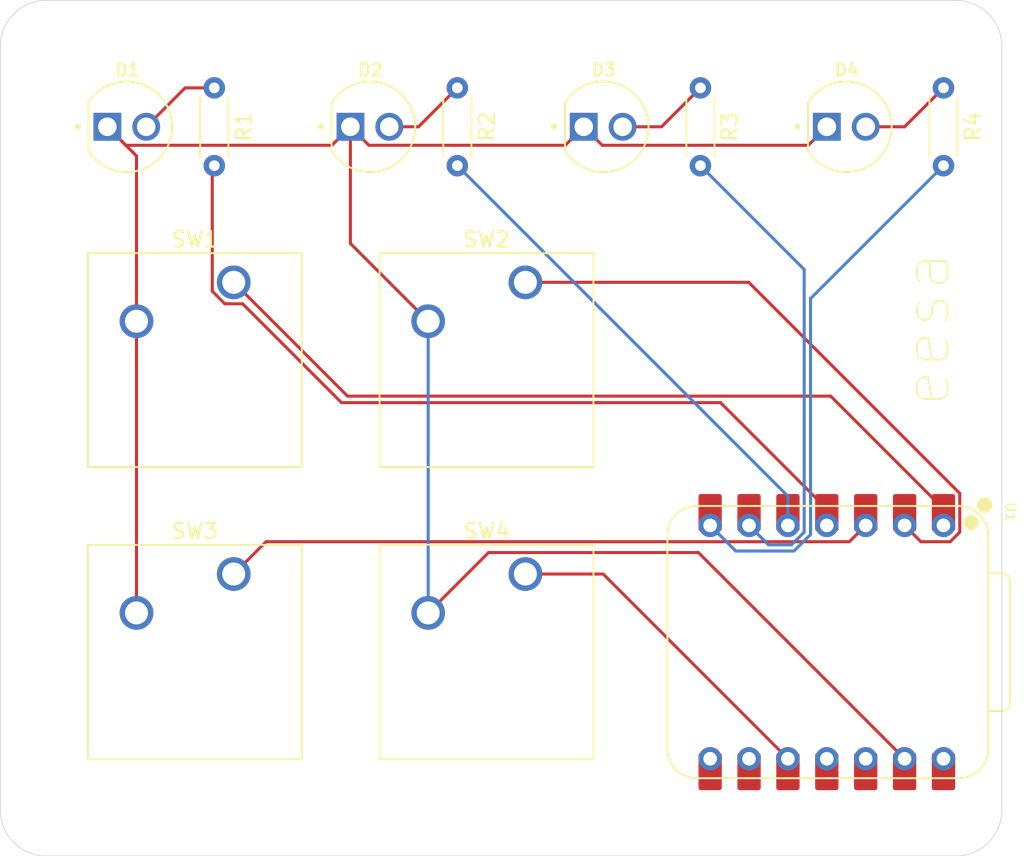
<source format=kicad_pcb>
(kicad_pcb (version 20241229) (generator "pcbnew") (generator_version "9.0")
  (layers (0 "F.Cu" signal) (2 "B.Cu" signal) (13 "F.Paste" user) (15 "B.Paste" user) (5 "F.SilkS" user "F.Silkscreen") (7 "B.SilkS" user "B.Silkscreen") (1 "F.Mask" user) (3 "B.Mask" user) (25 "Edge.Cuts" user))
  (net 0 "")
  (net 1 "Net-(D1-PadA)")
  (net 2 "GND")
  (net 3 "Net-(D2-PadA)")
  (net 4 "Net-(D3-PadA)")
  (net 5 "LED1")
  (net 6 "LED2")
  (net 7 "LED3")
  (net 8 "button1")
  (net 9 "button2")
  (net 10 "button3")
  (net 12 "Net-(D4-PadA)")
  (net 17 "LED4")
  (net 18 "button4")
  (footprint "Resistor_THT:R_Axial_DIN0204_L3.6mm_D1.6mm_P5.08mm_Horizontal" (layer "F.Cu") (at 131.445 80.645 -90)
    (property "Reference" "R3" (at 2.54 -1.92 90) (layer "F.SilkS"))
    (property "Value" "R")
    (fp_line (start 0.62 0.92) (end 4.46 0.92) (stroke (width 0.12)) (layer "F.SilkS"))
    (fp_line (start 0.62 -0.92) (end 4.46 -0.92) (stroke (width 0.12)) (layer "F.SilkS"))
    (pad "1" thru_hole circle (at 0 0 270) (size 1.4 1.4) (drill 0.7) (layers "*.Cu" "*.Mask") (net 4 "Net-(D3-PadA)"))
    (pad "2" thru_hole circle (at 5.08 0 270) (size 1.4 1.4) (drill 0.7) (layers "*.Cu" "*.Mask") (net 7 "LED3"))
  )
  (footprint "footprints:LEDRD254W57D500H1070" (layer "F.Cu") (at 140.97 83.185)
    (property "Reference" "D4" (at 0.04 -3.708 0) (layer "F.SilkS") (effects (font (size 0.8 0.8))))
    (property "Value" "L08R5000Q1")
    (fp_line (start -2.5 -1.566) (end -2.5 1.566) (stroke (width 0.127)) (layer "F.SilkS"))
    (fp_arc (start -2.5 -1.566) (mid 2.961291 0) (end -2.5 1.566) (stroke (width 0.127)) (layer "F.SilkS"))
    (fp_circle (center -3.2 0) (end -3.1 0) (stroke (width 0.2)) (fill no) (layer "F.SilkS"))
    (pad "A" thru_hole circle (at 1.27 0) (size 1.815 1.815) (drill 1.21) (layers "*.Cu" "*.Mask") (net 12 "Net-(D4-PadA)"))
    (pad "C" thru_hole rect (at -1.27 0) (size 1.815 1.815) (drill 1.21) (layers "*.Cu" "*.Mask") (net 2 "GND"))
  )
  (footprint "Button_Switch_Keyboard:SW_Cherry_MX_1.00u_PCB" (layer "F.Cu") (at 100.965 93.345)
    (property "Reference" "SW1" (at -2.54 -2.794 0) (layer "F.SilkS"))
    (property "Value" "SW_Push")
    (fp_line (start -9.525 -1.905) (end 4.445 -1.905) (stroke (width 0.12)) (layer "F.SilkS"))
    (fp_line (start -9.525 12.065) (end -9.525 -1.905) (stroke (width 0.12)) (layer "F.SilkS"))
    (fp_line (start 4.445 -1.905) (end 4.445 12.065) (stroke (width 0.12)) (layer "F.SilkS"))
    (fp_line (start 4.445 12.065) (end -9.525 12.065) (stroke (width 0.12)) (layer "F.SilkS"))
    (pad "" np_thru_hole circle (at -7.62 5.08) (size 1.7 1.7) (drill 1.7) (layers "*.Cu" "*.Mask"))
    (pad "" np_thru_hole circle (at -2.54 5.08) (size 4 4) (drill 4) (layers "*.Cu" "*.Mask"))
    (pad "" np_thru_hole circle (at 2.54 5.08) (size 1.7 1.7) (drill 1.7) (layers "*.Cu" "*.Mask"))
    (pad "1" thru_hole circle (at 0 0) (size 2.2 2.2) (drill 1.5) (layers "*.Cu" "*.Mask") (net 8 "button1"))
    (pad "2" thru_hole circle (at -6.35 2.54) (size 2.2 2.2) (drill 1.5) (layers "*.Cu" "*.Mask") (net 2 "GND"))
  )
  (footprint "footprints:XIAO-RP2040-DIP" (layer "F.Cu") (at 139.7 116.84 -90)
    (property "Reference" "U1" (at -8.5 -12 270) (layer "F.SilkS") (effects (font (size 0.635 0.635) (thickness 0.1016))))
    (property "Value" "XIAO-RP2040-DIP")
    (fp_line (start -6.985 10.414) (end 6.985 10.414) (stroke (width 0.127)) (layer "F.SilkS"))
    (fp_line (start -8.89 8.509) (end -8.89 -8.636) (stroke (width 0.127)) (layer "F.SilkS"))
    (fp_line (start 8.89 8.509) (end 8.89 -8.636) (stroke (width 0.127)) (layer "F.SilkS"))
    (fp_line (start -4.495 -10.541) (end -4.491272 -11.451272) (stroke (width 0.127)) (layer "F.SilkS"))
    (fp_line (start 6.985 -10.541) (end -6.985 -10.541) (stroke (width 0.1)) (layer "F.SilkS"))
    (fp_line (start 6.985 -10.541) (end -6.985 -10.541) (stroke (width 0.127)) (layer "F.SilkS"))
    (fp_line (start 4.504 -11.451) (end 4.504 -10.541) (stroke (width 0.127)) (layer "F.SilkS"))
    (fp_line (start -3.991272 -11.951) (end 4.004 -11.951) (stroke (width 0.127)) (layer "F.SilkS"))
    (fp_arc (start -6.985 10.414) (mid -8.332038 9.856038) (end -8.89 8.509) (stroke (width 0.127)) (layer "F.SilkS"))
    (fp_arc (start 8.89 8.509) (mid 8.332038 9.856038) (end 6.985 10.414) (stroke (width 0.127)) (layer "F.SilkS"))
    (fp_arc (start -8.89 -8.636) (mid -8.332038 -9.983038) (end -6.985 -10.541) (stroke (width 0.127)) (layer "F.SilkS"))
    (fp_arc (start 6.985 -10.541) (mid 8.332038 -9.983038) (end 8.89 -8.636) (stroke (width 0.127)) (layer "F.SilkS"))
    (fp_arc (start -4.491272 -11.451272) (mid -4.344728 -11.80464) (end -3.991272 -11.951) (stroke (width 0.127)) (layer "F.SilkS"))
    (fp_arc (start 4.004 -11.951) (mid 4.357553 -11.804553) (end 4.504 -11.451) (stroke (width 0.127)) (layer "F.SilkS"))
    (fp_circle (center -7.807 -9.42) (end -7.807 -9.674) (stroke (width 0.5)) (fill yes) (layer "F.SilkS"))
    (fp_circle (center -8.95 -10.3) (end -8.95 -10.554) (stroke (width 0.5)) (fill yes) (layer "F.SilkS"))
    (pad "1" smd roundrect (at -8.455 -7.62 90) (size 2.432 1.524) (layers "F.Cu" "F.Mask") (roundrect_rratio 0.1) (net 8 "button1"))
    (pad "1" thru_hole circle (at -7.62 -7.62 90) (size 1.524 1.524) (drill 0.889) (layers "*.Cu" "*.Mask") (net 8 "button1"))
    (pad "2" smd roundrect (at -8.455 -5.08 90) (size 2.432 1.524) (layers "F.Cu" "F.Mask") (roundrect_rratio 0.1) (net 9 "button2"))
    (pad "2" thru_hole circle (at -7.62 -5.08 90) (size 1.524 1.524) (drill 0.889) (layers "*.Cu" "*.Mask") (net 9 "button2"))
    (pad "3" smd roundrect (at -8.455 -2.54 90) (size 2.432 1.524) (layers "F.Cu" "F.Mask") (roundrect_rratio 0.1) (net 10 "button3"))
    (pad "3" thru_hole circle (at -7.62 -2.54 90) (size 1.524 1.524) (drill 0.889) (layers "*.Cu" "*.Mask") (net 10 "button3"))
    (pad "4" smd roundrect (at -8.455 0 90) (size 2.432 1.524) (layers "F.Cu" "F.Mask") (roundrect_rratio 0.1) (net 5 "LED1"))
    (pad "4" thru_hole circle (at -7.62 0 90) (size 1.524 1.524) (drill 0.889) (layers "*.Cu" "*.Mask") (net 5 "LED1"))
    (pad "5" smd roundrect (at -8.455 2.54 90) (size 2.432 1.524) (layers "F.Cu" "F.Mask") (roundrect_rratio 0.1) (net 6 "LED2"))
    (pad "5" thru_hole circle (at -7.62 2.54 90) (size 1.524 1.524) (drill 0.889) (layers "*.Cu" "*.Mask") (net 6 "LED2"))
    (pad "6" smd roundrect (at -8.455 5.08 90) (size 2.432 1.524) (layers "F.Cu" "F.Mask") (roundrect_rratio 0.1) (net 7 "LED3"))
    (pad "6" thru_hole circle (at -7.62 5.08 90) (size 1.524 1.524) (drill 0.889) (layers "*.Cu" "*.Mask") (net 7 "LED3"))
    (pad "7" smd roundrect (at -8.455 7.62 90) (size 2.432 1.524) (layers "F.Cu" "F.Mask") (roundrect_rratio 0.1) (net 17 "LED4"))
    (pad "7" thru_hole circle (at -7.62 7.62 90) (size 1.524 1.524) (drill 0.889) (layers "*.Cu" "*.Mask") (net 17 "LED4"))
    (pad "8" thru_hole circle (at 7.62 7.62 270) (size 1.524 1.524) (drill 0.889) (layers "*.Cu" "*.Mask"))
    (pad "8" smd roundrect (at 8.455 7.62 270) (size 2.432 1.524) (layers "F.Cu" "F.Mask") (roundrect_rratio 0.1))
    (pad "9" thru_hole circle (at 7.62 5.08 270) (size 1.524 1.524) (drill 0.889) (layers "*.Cu" "*.Mask"))
    (pad "9" smd roundrect (at 8.455 5.08 270) (size 2.432 1.524) (layers "F.Cu" "F.Mask") (roundrect_rratio 0.1))
    (pad "10" thru_hole circle (at 7.62 2.54 270) (size 1.524 1.524) (drill 0.889) (layers "*.Cu" "*.Mask") (net 18 "button4"))
    (pad "10" smd roundrect (at 8.455 2.54 270) (size 2.432 1.524) (layers "F.Cu" "F.Mask") (roundrect_rratio 0.1) (net 18 "button4"))
    (pad "11" thru_hole circle (at 7.62 0 270) (size 1.524 1.524) (drill 0.889) (layers "*.Cu" "*.Mask"))
    (pad "11" smd roundrect (at 8.455 0 270) (size 2.432 1.524) (layers "F.Cu" "F.Mask") (roundrect_rratio 0.1))
    (pad "12" thru_hole circle (at 7.62 -2.54 270) (size 1.524 1.524) (drill 0.889) (layers "*.Cu" "*.Mask"))
    (pad "12" smd roundrect (at 8.455 -2.54 270) (size 2.432 1.524) (layers "F.Cu" "F.Mask") (roundrect_rratio 0.1))
    (pad "13" thru_hole circle (at 7.62 -5.08 270) (size 1.524 1.524) (drill 0.889) (layers "*.Cu" "*.Mask") (net 2 "GND"))
    (pad "13" smd roundrect (at 8.455 -5.08 270) (size 2.432 1.524) (layers "F.Cu" "F.Mask") (roundrect_rratio 0.1) (net 2 "GND"))
    (pad "14" thru_hole circle (at 7.62 -7.62 270) (size 1.524 1.524) (drill 0.889) (layers "*.Cu" "*.Mask"))
    (pad "14" smd roundrect (at 8.455 -7.62 270) (size 2.432 1.524) (layers "F.Cu" "F.Mask") (roundrect_rratio 0.1))
  )
  (footprint "footprints:LEDRD254W57D500H1070" (layer "F.Cu") (at 125.095 83.185)
    (property "Reference" "D3" (at 0.04 -3.708 0) (layer "F.SilkS") (effects (font (size 0.8 0.8))))
    (property "Value" "L08R5000Q1")
    (fp_line (start -2.5 -1.566) (end -2.5 1.566) (stroke (width 0.127)) (layer "F.SilkS"))
    (fp_arc (start -2.5 -1.566) (mid 2.961291 0) (end -2.5 1.566) (stroke (width 0.127)) (layer "F.SilkS"))
    (fp_circle (center -3.2 0) (end -3.1 0) (stroke (width 0.2)) (fill no) (layer "F.SilkS"))
    (pad "A" thru_hole circle (at 1.27 0) (size 1.815 1.815) (drill 1.21) (layers "*.Cu" "*.Mask") (net 4 "Net-(D3-PadA)"))
    (pad "C" thru_hole rect (at -1.27 0) (size 1.815 1.815) (drill 1.21) (layers "*.Cu" "*.Mask") (net 2 "GND"))
  )
  (footprint "Resistor_THT:R_Axial_DIN0204_L3.6mm_D1.6mm_P5.08mm_Horizontal" (layer "F.Cu") (at 115.57 80.645 -90)
    (property "Reference" "R2" (at 2.54 -1.92 90) (layer "F.SilkS"))
    (property "Value" "R")
    (fp_line (start 0.62 0.92) (end 4.46 0.92) (stroke (width 0.12)) (layer "F.SilkS"))
    (fp_line (start 0.62 -0.92) (end 4.46 -0.92) (stroke (width 0.12)) (layer "F.SilkS"))
    (pad "1" thru_hole circle (at 0 0 270) (size 1.4 1.4) (drill 0.7) (layers "*.Cu" "*.Mask") (net 3 "Net-(D2-PadA)"))
    (pad "2" thru_hole circle (at 5.08 0 270) (size 1.4 1.4) (drill 0.7) (layers "*.Cu" "*.Mask") (net 6 "LED2"))
  )
  (footprint "Button_Switch_Keyboard:SW_Cherry_MX_1.00u_PCB" (layer "F.Cu") (at 120.015 112.395)
    (property "Reference" "SW4" (at -2.54 -2.794 0) (layer "F.SilkS"))
    (property "Value" "SW_Push")
    (fp_line (start -9.525 -1.905) (end 4.445 -1.905) (stroke (width 0.12)) (layer "F.SilkS"))
    (fp_line (start -9.525 12.065) (end -9.525 -1.905) (stroke (width 0.12)) (layer "F.SilkS"))
    (fp_line (start 4.445 -1.905) (end 4.445 12.065) (stroke (width 0.12)) (layer "F.SilkS"))
    (fp_line (start 4.445 12.065) (end -9.525 12.065) (stroke (width 0.12)) (layer "F.SilkS"))
    (pad "" np_thru_hole circle (at -7.62 5.08) (size 1.7 1.7) (drill 1.7) (layers "*.Cu" "*.Mask"))
    (pad "" np_thru_hole circle (at -2.54 5.08) (size 4 4) (drill 4) (layers "*.Cu" "*.Mask"))
    (pad "" np_thru_hole circle (at 2.54 5.08) (size 1.7 1.7) (drill 1.7) (layers "*.Cu" "*.Mask"))
    (pad "1" thru_hole circle (at 0 0) (size 2.2 2.2) (drill 1.5) (layers "*.Cu" "*.Mask") (net 18 "button4"))
    (pad "2" thru_hole circle (at -6.35 2.54) (size 2.2 2.2) (drill 1.5) (layers "*.Cu" "*.Mask") (net 2 "GND"))
  )
  (footprint "footprints:LEDRD254W57D500H1070" (layer "F.Cu") (at 93.98 83.185)
    (property "Reference" "D1" (at 0.04 -3.708 0) (layer "F.SilkS") (effects (font (size 0.8 0.8))))
    (property "Value" "L08R5000Q1")
    (fp_line (start -2.5 -1.566) (end -2.5 1.566) (stroke (width 0.127)) (layer "F.SilkS"))
    (fp_arc (start -2.5 -1.566) (mid 2.961291 0) (end -2.5 1.566) (stroke (width 0.127)) (layer "F.SilkS"))
    (fp_circle (center -3.2 0) (end -3.1 0) (stroke (width 0.2)) (fill no) (layer "F.SilkS"))
    (pad "A" thru_hole circle (at 1.27 0) (size 1.815 1.815) (drill 1.21) (layers "*.Cu" "*.Mask") (net 1 "Net-(D1-PadA)"))
    (pad "C" thru_hole rect (at -1.27 0) (size 1.815 1.815) (drill 1.21) (layers "*.Cu" "*.Mask") (net 2 "GND"))
  )
  (footprint "footprints:LEDRD254W57D500H1070" (layer "F.Cu") (at 109.855 83.185)
    (property "Reference" "D2" (at 0.04 -3.708 0) (layer "F.SilkS") (effects (font (size 0.8 0.8))))
    (property "Value" "L08R5000Q1")
    (fp_line (start -2.5 -1.566) (end -2.5 1.566) (stroke (width 0.127)) (layer "F.SilkS"))
    (fp_arc (start -2.5 -1.566) (mid 2.961291 0) (end -2.5 1.566) (stroke (width 0.127)) (layer "F.SilkS"))
    (fp_circle (center -3.2 0) (end -3.1 0) (stroke (width 0.2)) (fill no) (layer "F.SilkS"))
    (pad "A" thru_hole circle (at 1.27 0) (size 1.815 1.815) (drill 1.21) (layers "*.Cu" "*.Mask") (net 3 "Net-(D2-PadA)"))
    (pad "C" thru_hole rect (at -1.27 0) (size 1.815 1.815) (drill 1.21) (layers "*.Cu" "*.Mask") (net 2 "GND"))
  )
  (footprint "Resistor_THT:R_Axial_DIN0204_L3.6mm_D1.6mm_P5.08mm_Horizontal" (layer "F.Cu") (at 147.32 80.645 -90)
    (property "Reference" "R4" (at 2.54 -1.92 90) (layer "F.SilkS"))
    (property "Value" "R")
    (fp_line (start 0.62 0.92) (end 4.46 0.92) (stroke (width 0.12)) (layer "F.SilkS"))
    (fp_line (start 0.62 -0.92) (end 4.46 -0.92) (stroke (width 0.12)) (layer "F.SilkS"))
    (pad "1" thru_hole circle (at 0 0 270) (size 1.4 1.4) (drill 0.7) (layers "*.Cu" "*.Mask") (net 12 "Net-(D4-PadA)"))
    (pad "2" thru_hole circle (at 5.08 0 270) (size 1.4 1.4) (drill 0.7) (layers "*.Cu" "*.Mask") (net 17 "LED4"))
  )
  (footprint "Resistor_THT:R_Axial_DIN0204_L3.6mm_D1.6mm_P5.08mm_Horizontal" (layer "F.Cu") (at 99.695 80.645 -90)
    (property "Reference" "R1" (at 2.54 -1.92 90) (layer "F.SilkS"))
    (property "Value" "R")
    (fp_line (start 0.62 0.92) (end 4.46 0.92) (stroke (width 0.12)) (layer "F.SilkS"))
    (fp_line (start 0.62 -0.92) (end 4.46 -0.92) (stroke (width 0.12)) (layer "F.SilkS"))
    (pad "1" thru_hole circle (at 0 0 270) (size 1.4 1.4) (drill 0.7) (layers "*.Cu" "*.Mask") (net 1 "Net-(D1-PadA)"))
    (pad "2" thru_hole circle (at 5.08 0 270) (size 1.4 1.4) (drill 0.7) (layers "*.Cu" "*.Mask") (net 5 "LED1"))
  )
  (footprint "Button_Switch_Keyboard:SW_Cherry_MX_1.00u_PCB" (layer "F.Cu") (at 120.015 93.345)
    (property "Reference" "SW2" (at -2.54 -2.794 0) (layer "F.SilkS"))
    (property "Value" "SW_Push")
    (fp_line (start -9.525 -1.905) (end 4.445 -1.905) (stroke (width 0.12)) (layer "F.SilkS"))
    (fp_line (start -9.525 12.065) (end -9.525 -1.905) (stroke (width 0.12)) (layer "F.SilkS"))
    (fp_line (start 4.445 -1.905) (end 4.445 12.065) (stroke (width 0.12)) (layer "F.SilkS"))
    (fp_line (start 4.445 12.065) (end -9.525 12.065) (stroke (width 0.12)) (layer "F.SilkS"))
    (pad "" np_thru_hole circle (at -7.62 5.08) (size 1.7 1.7) (drill 1.7) (layers "*.Cu" "*.Mask"))
    (pad "" np_thru_hole circle (at -2.54 5.08) (size 4 4) (drill 4) (layers "*.Cu" "*.Mask"))
    (pad "" np_thru_hole circle (at 2.54 5.08) (size 1.7 1.7) (drill 1.7) (layers "*.Cu" "*.Mask"))
    (pad "1" thru_hole circle (at 0 0) (size 2.2 2.2) (drill 1.5) (layers "*.Cu" "*.Mask") (net 9 "button2"))
    (pad "2" thru_hole circle (at -6.35 2.54) (size 2.2 2.2) (drill 1.5) (layers "*.Cu" "*.Mask") (net 2 "GND"))
  )
  (footprint "Button_Switch_Keyboard:SW_Cherry_MX_1.00u_PCB" (layer "F.Cu") (at 100.965 112.395)
    (property "Reference" "SW3" (at -2.54 -2.794 0) (layer "F.SilkS"))
    (property "Value" "SW_Push")
    (fp_line (start -9.525 -1.905) (end 4.445 -1.905) (stroke (width 0.12)) (layer "F.SilkS"))
    (fp_line (start -9.525 12.065) (end -9.525 -1.905) (stroke (width 0.12)) (layer "F.SilkS"))
    (fp_line (start 4.445 -1.905) (end 4.445 12.065) (stroke (width 0.12)) (layer "F.SilkS"))
    (fp_line (start 4.445 12.065) (end -9.525 12.065) (stroke (width 0.12)) (layer "F.SilkS"))
    (pad "" np_thru_hole circle (at -7.62 5.08) (size 1.7 1.7) (drill 1.7) (layers "*.Cu" "*.Mask"))
    (pad "" np_thru_hole circle (at -2.54 5.08) (size 4 4) (drill 4) (layers "*.Cu" "*.Mask"))
    (pad "" np_thru_hole circle (at 2.54 5.08) (size 1.7 1.7) (drill 1.7) (layers "*.Cu" "*.Mask"))
    (pad "1" thru_hole circle (at 0 0) (size 2.2 2.2) (drill 1.5) (layers "*.Cu" "*.Mask") (net 10 "button3"))
    (pad "2" thru_hole circle (at -6.35 2.54) (size 2.2 2.2) (drill 1.5) (layers "*.Cu" "*.Mask") (net 2 "GND"))
  )
  (gr_arc (start 88.725 130.81) (mid 86.60368 129.93132) (end 85.725 127.81) (stroke (width 0.05)) (layer "Edge.Cuts"))
  (gr_line (start 148.13 130.81) (end 88.725 130.81) (stroke (width 0.05)) (layer "Edge.Cuts"))
  (gr_arc (start 85.725 77.93) (mid 86.60368 75.80868) (end 88.725 74.93) (stroke (width 0.05)) (layer "Edge.Cuts"))
  (gr_line (start 85.725 127.81) (end 85.725 77.93) (stroke (width 0.05)) (layer "Edge.Cuts"))
  (gr_arc (start 151.13 127.81) (mid 150.25132 129.93132) (end 148.13 130.81) (stroke (width 0.05)) (layer "Edge.Cuts"))
  (gr_line (start 151.13 77.93) (end 151.13 127.81) (stroke (width 0.05)) (layer "Edge.Cuts"))
  (gr_line (start 88.725 74.93) (end 148.13 74.93) (stroke (width 0.05)) (layer "Edge.Cuts"))
  (gr_arc (start 148.13 74.93) (mid 150.25132 75.80868) (end 151.13 77.93) (stroke (width 0.05)) (layer "Edge.Cuts"))
  (gr_text "eesa\n" (at 147.955 101.6 90) (layer "F.SilkS") (effects (font (size 3 3) (thickness 0.1)) (justify left bottom)))
  (segment (start 97.79 80.645) (end 95.25 83.185) (width 0.2) (layer "F.Cu") (net 1))
  (segment (start 99.695 80.645) (end 97.79 80.645) (width 0.2) (layer "F.Cu") (net 1))
  (segment (start 108.585 83.185) (end 108.585 90.805) (width 0.2) (layer "F.Cu") (net 2))
  (segment (start 94.615 85.09) (end 92.71 83.185) (width 0.2) (layer "F.Cu") (net 2))
  (segment (start 108.585 83.185) (end 109.7935 84.3935) (width 0.2) (layer "F.Cu") (net 2))
  (segment (start 131.314 110.994) (end 144.78 124.46) (width 0.2) (layer "F.Cu") (net 2))
  (segment (start 94.615 114.935) (end 94.615 95.885) (width 0.2) (layer "F.Cu") (net 2))
  (segment (start 122.6165 84.3935) (end 123.825 83.185) (width 0.2) (layer "F.Cu") (net 2))
  (segment (start 113.665 114.935) (end 117.606 110.994) (width 0.2) (layer "F.Cu") (net 2))
  (segment (start 92.71 83.185) (end 93.9185 84.3935) (width 0.2) (layer "F.Cu") (net 2))
  (segment (start 117.606 110.994) (end 131.314 110.994) (width 0.2) (layer "F.Cu") (net 2))
  (segment (start 123.825 83.185) (end 125.0335 84.3935) (width 0.2) (layer "F.Cu") (net 2))
  (segment (start 138.4915 84.3935) (end 139.7 83.185) (width 0.2) (layer "F.Cu") (net 2))
  (segment (start 125.0335 84.3935) (end 138.4915 84.3935) (width 0.2) (layer "F.Cu") (net 2))
  (segment (start 107.3765 84.3935) (end 108.585 83.185) (width 0.2) (layer "F.Cu") (net 2))
  (segment (start 94.615 95.885) (end 94.615 85.09) (width 0.2) (layer "F.Cu") (net 2))
  (segment (start 108.585 90.805) (end 113.665 95.885) (width 0.2) (layer "F.Cu") (net 2))
  (segment (start 93.9185 84.3935) (end 107.3765 84.3935) (width 0.2) (layer "F.Cu") (net 2))
  (segment (start 109.7935 84.3935) (end 122.6165 84.3935) (width 0.2) (layer "F.Cu") (net 2))
  (segment (start 113.665 95.885) (end 113.665 114.935) (width 0.2) (layer "B.Cu") (net 2))
  (segment (start 113.03 83.185) (end 115.57 80.645) (width 0.2) (layer "F.Cu") (net 3))
  (segment (start 111.125 83.185) (end 113.03 83.185) (width 0.2) (layer "F.Cu") (net 3))
  (segment (start 126.365 83.185) (end 128.905 83.185) (width 0.2) (layer "F.Cu") (net 4))
  (segment (start 128.905 83.185) (end 131.445 80.645) (width 0.2) (layer "F.Cu") (net 4))
  (segment (start 132.75963 101.202) (end 108.001314 101.202) (width 0.2) (layer "F.Cu") (net 5))
  (segment (start 99.564 93.925314) (end 99.564 85.856) (width 0.2) (layer "F.Cu") (net 5))
  (segment (start 139.7 109.22) (end 139.7 108.14237) (width 0.2) (layer "F.Cu") (net 5))
  (segment (start 101.545314 94.746) (end 100.384686 94.746) (width 0.2) (layer "F.Cu") (net 5))
  (segment (start 100.384686 94.746) (end 99.564 93.925314) (width 0.2) (layer "F.Cu") (net 5))
  (segment (start 139.7 108.14237) (end 132.75963 101.202) (width 0.2) (layer "F.Cu") (net 5))
  (segment (start 108.001314 101.202) (end 101.545314 94.746) (width 0.2) (layer "F.Cu") (net 5))
  (segment (start 99.564 85.856) (end 99.695 85.725) (width 0.2) (layer "F.Cu") (net 5))
  (segment (start 137.16 107.315) (end 137.16 109.22) (width 0.2) (layer "B.Cu") (net 6))
  (segment (start 115.57 85.725) (end 137.16 107.315) (width 0.2) (layer "B.Cu") (net 6))
  (segment (start 131.445 85.725) (end 138.223 92.503) (width 0.2) (layer "B.Cu") (net 7))
  (segment (start 138.223 109.66031) (end 137.39331 110.49) (width 0.2) (layer "B.Cu") (net 7))
  (segment (start 135.89 110.49) (end 134.62 109.22) (width 0.2) (layer "B.Cu") (net 7))
  (segment (start 138.223 92.503) (end 138.223 109.66031) (width 0.2) (layer "B.Cu") (net 7))
  (segment (start 137.39331 110.49) (end 135.89 110.49) (width 0.2) (layer "B.Cu") (net 7))
  (segment (start 139.95363 100.776) (end 108.396 100.776) (width 0.2) (layer "F.Cu") (net 8))
  (segment (start 147.32 108.14237) (end 139.95363 100.776) (width 0.2) (layer "F.Cu") (net 8))
  (segment (start 108.396 100.776) (end 100.965 93.345) (width 0.2) (layer "F.Cu") (net 8))
  (segment (start 147.32 109.22) (end 147.32 108.14237) (width 0.2) (layer "F.Cu") (net 8))
  (segment (start 144.78 109.22) (end 145.843 110.283) (width 0.2) (layer "F.Cu") (net 9))
  (segment (start 148.383 109.66031) (end 148.383 107.129374) (width 0.2) (layer "F.Cu") (net 9))
  (segment (start 145.843 110.283) (end 147.76031 110.283) (width 0.2) (layer "F.Cu") (net 9))
  (segment (start 147.76031 110.283) (end 148.383 109.66031) (width 0.2) (layer "F.Cu") (net 9))
  (segment (start 134.598626 93.345) (end 120.015 93.345) (width 0.2) (layer "F.Cu") (net 9))
  (segment (start 148.383 107.129374) (end 134.598626 93.345) (width 0.2) (layer "F.Cu") (net 9))
  (segment (start 100.965 112.395) (end 103.077 110.283) (width 0.2) (layer "F.Cu") (net 10))
  (segment (start 103.077 110.283) (end 141.177 110.283) (width 0.2) (layer "F.Cu") (net 10))
  (segment (start 141.177 110.283) (end 142.24 109.22) (width 0.2) (layer "F.Cu") (net 10))
  (segment (start 142.24 83.185) (end 144.78 83.185) (width 0.2) (layer "F.Cu") (net 12))
  (segment (start 144.78 83.185) (end 147.32 80.645) (width 0.2) (layer "F.Cu") (net 12))
  (segment (start 133.751 110.891) (end 132.08 109.22) (width 0.2) (layer "B.Cu") (net 17))
  (segment (start 137.55941 110.891) (end 133.751 110.891) (width 0.2) (layer "B.Cu") (net 17))
  (segment (start 138.637 94.408) (end 138.637 109.81341) (width 0.2) (layer "B.Cu") (net 17))
  (segment (start 138.637 109.81341) (end 137.55941 110.891) (width 0.2) (layer "B.Cu") (net 17))
  (segment (start 147.32 85.725) (end 138.637 94.408) (width 0.2) (layer "B.Cu") (net 17))
  (segment (start 125.095 112.395) (end 137.16 124.46) (width 0.2) (layer "F.Cu") (net 18))
  (segment (start 120.015 112.395) (end 125.095 112.395) (width 0.2) (layer "F.Cu") (net 18))
)
</source>
